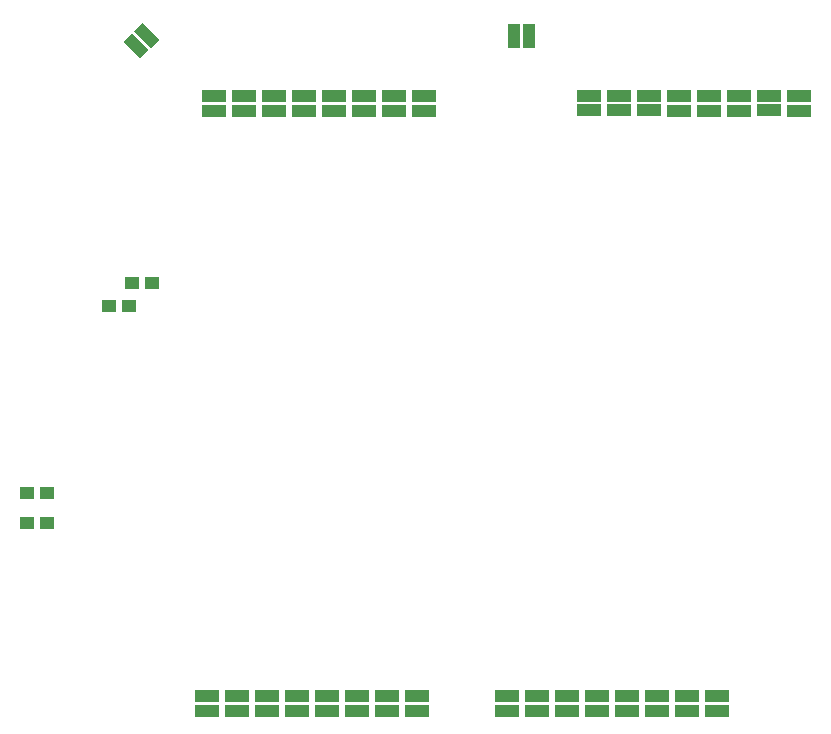
<source format=gbp>
G04 MADE WITH FRITZING*
G04 WWW.FRITZING.ORG*
G04 DOUBLE SIDED*
G04 HOLES PLATED*
G04 CONTOUR ON CENTER OF CONTOUR VECTOR*
%ASAXBY*%
%FSLAX23Y23*%
%MOIN*%
%OFA0B0*%
%SFA1.0B1.0*%
%ADD10R,0.047244X0.043307*%
%ADD11R,0.078740X0.039370*%
%ADD12R,0.039370X0.078740*%
%ADD13R,0.001000X0.001000*%
%LNPASTEMASK0*%
G90*
G70*
G54D10*
X304Y1064D03*
X371Y1064D03*
X304Y1164D03*
X371Y1164D03*
X579Y1789D03*
X646Y1789D03*
X654Y1864D03*
X721Y1864D03*
G54D11*
X2504Y489D03*
X1904Y489D03*
X2304Y489D03*
X2604Y489D03*
X2004Y489D03*
X2404Y489D03*
X2204Y489D03*
X2104Y489D03*
X2279Y2440D03*
X1029Y2439D03*
X1504Y489D03*
G54D12*
X1929Y2689D03*
G54D11*
X2879Y2439D03*
X1629Y2439D03*
X904Y489D03*
X2479Y2439D03*
X1229Y2439D03*
X1304Y489D03*
X2179Y2440D03*
X929Y2439D03*
X1604Y489D03*
X2779Y2440D03*
X1529Y2439D03*
X1004Y489D03*
X2379Y2440D03*
X1129Y2439D03*
X1404Y489D03*
X2579Y2439D03*
X1329Y2439D03*
X1204Y489D03*
X2679Y2439D03*
X1429Y2439D03*
X1104Y489D03*
X2504Y439D03*
X2604Y439D03*
X1904Y439D03*
X2204Y439D03*
X2404Y439D03*
X2004Y439D03*
X2304Y439D03*
X2104Y439D03*
X2279Y2489D03*
X1029Y2489D03*
X1504Y439D03*
X2179Y2489D03*
X929Y2489D03*
X1604Y439D03*
G54D12*
X1979Y2689D03*
G54D11*
X2879Y2489D03*
X1629Y2489D03*
X904Y439D03*
X2579Y2489D03*
X1329Y2489D03*
X1204Y439D03*
X2379Y2489D03*
X1129Y2489D03*
X1404Y439D03*
X2779Y2489D03*
X1529Y2489D03*
X1004Y439D03*
X2479Y2489D03*
X1229Y2489D03*
X1304Y439D03*
X2679Y2489D03*
X1429Y2489D03*
X1104Y439D03*
G36*
X627Y2669D02*
X654Y2697D01*
X710Y2641D01*
X682Y2613D01*
X627Y2669D01*
G37*
D02*
G36*
X662Y2703D02*
X690Y2731D01*
X746Y2676D01*
X718Y2648D01*
X662Y2703D01*
G37*
D02*
G54D13*
D02*
G04 End of PasteMask0*
M02*
</source>
